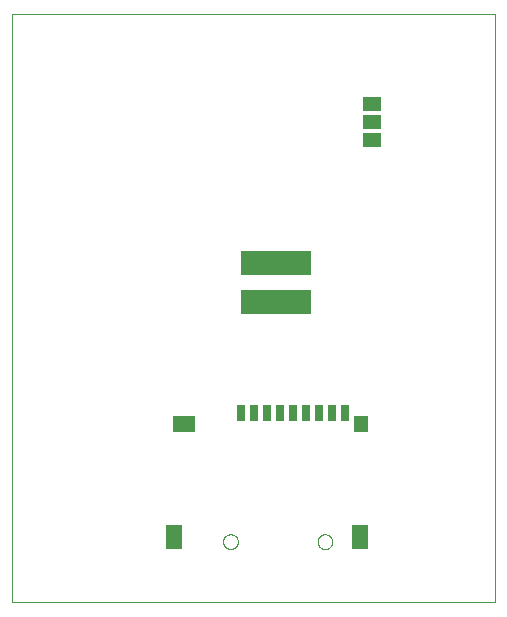
<source format=gbp>
G75*
%MOIN*%
%OFA0B0*%
%FSLAX25Y25*%
%IPPOS*%
%LPD*%
%AMOC8*
5,1,8,0,0,1.08239X$1,22.5*
%
%ADD10C,0.00000*%
%ADD11R,0.02756X0.05512*%
%ADD12R,0.05512X0.07874*%
%ADD13R,0.05039X0.05512*%
%ADD14R,0.07677X0.05512*%
%ADD15R,0.06300X0.04600*%
%ADD16R,0.23622X0.07874*%
D10*
X0001171Y0003194D02*
X0001171Y0199194D01*
X0162171Y0199194D01*
X0162171Y0003194D01*
X0001171Y0003194D01*
X0071506Y0023398D02*
X0071508Y0023497D01*
X0071514Y0023596D01*
X0071524Y0023695D01*
X0071538Y0023793D01*
X0071556Y0023890D01*
X0071578Y0023987D01*
X0071603Y0024083D01*
X0071633Y0024177D01*
X0071666Y0024271D01*
X0071703Y0024363D01*
X0071744Y0024453D01*
X0071788Y0024542D01*
X0071836Y0024628D01*
X0071887Y0024713D01*
X0071942Y0024796D01*
X0072000Y0024876D01*
X0072061Y0024954D01*
X0072125Y0025030D01*
X0072192Y0025103D01*
X0072262Y0025173D01*
X0072335Y0025240D01*
X0072411Y0025304D01*
X0072489Y0025365D01*
X0072569Y0025423D01*
X0072652Y0025478D01*
X0072736Y0025529D01*
X0072823Y0025577D01*
X0072912Y0025621D01*
X0073002Y0025662D01*
X0073094Y0025699D01*
X0073188Y0025732D01*
X0073282Y0025762D01*
X0073378Y0025787D01*
X0073475Y0025809D01*
X0073572Y0025827D01*
X0073670Y0025841D01*
X0073769Y0025851D01*
X0073868Y0025857D01*
X0073967Y0025859D01*
X0074066Y0025857D01*
X0074165Y0025851D01*
X0074264Y0025841D01*
X0074362Y0025827D01*
X0074459Y0025809D01*
X0074556Y0025787D01*
X0074652Y0025762D01*
X0074746Y0025732D01*
X0074840Y0025699D01*
X0074932Y0025662D01*
X0075022Y0025621D01*
X0075111Y0025577D01*
X0075197Y0025529D01*
X0075282Y0025478D01*
X0075365Y0025423D01*
X0075445Y0025365D01*
X0075523Y0025304D01*
X0075599Y0025240D01*
X0075672Y0025173D01*
X0075742Y0025103D01*
X0075809Y0025030D01*
X0075873Y0024954D01*
X0075934Y0024876D01*
X0075992Y0024796D01*
X0076047Y0024713D01*
X0076098Y0024629D01*
X0076146Y0024542D01*
X0076190Y0024453D01*
X0076231Y0024363D01*
X0076268Y0024271D01*
X0076301Y0024177D01*
X0076331Y0024083D01*
X0076356Y0023987D01*
X0076378Y0023890D01*
X0076396Y0023793D01*
X0076410Y0023695D01*
X0076420Y0023596D01*
X0076426Y0023497D01*
X0076428Y0023398D01*
X0076426Y0023299D01*
X0076420Y0023200D01*
X0076410Y0023101D01*
X0076396Y0023003D01*
X0076378Y0022906D01*
X0076356Y0022809D01*
X0076331Y0022713D01*
X0076301Y0022619D01*
X0076268Y0022525D01*
X0076231Y0022433D01*
X0076190Y0022343D01*
X0076146Y0022254D01*
X0076098Y0022168D01*
X0076047Y0022083D01*
X0075992Y0022000D01*
X0075934Y0021920D01*
X0075873Y0021842D01*
X0075809Y0021766D01*
X0075742Y0021693D01*
X0075672Y0021623D01*
X0075599Y0021556D01*
X0075523Y0021492D01*
X0075445Y0021431D01*
X0075365Y0021373D01*
X0075282Y0021318D01*
X0075198Y0021267D01*
X0075111Y0021219D01*
X0075022Y0021175D01*
X0074932Y0021134D01*
X0074840Y0021097D01*
X0074746Y0021064D01*
X0074652Y0021034D01*
X0074556Y0021009D01*
X0074459Y0020987D01*
X0074362Y0020969D01*
X0074264Y0020955D01*
X0074165Y0020945D01*
X0074066Y0020939D01*
X0073967Y0020937D01*
X0073868Y0020939D01*
X0073769Y0020945D01*
X0073670Y0020955D01*
X0073572Y0020969D01*
X0073475Y0020987D01*
X0073378Y0021009D01*
X0073282Y0021034D01*
X0073188Y0021064D01*
X0073094Y0021097D01*
X0073002Y0021134D01*
X0072912Y0021175D01*
X0072823Y0021219D01*
X0072737Y0021267D01*
X0072652Y0021318D01*
X0072569Y0021373D01*
X0072489Y0021431D01*
X0072411Y0021492D01*
X0072335Y0021556D01*
X0072262Y0021623D01*
X0072192Y0021693D01*
X0072125Y0021766D01*
X0072061Y0021842D01*
X0072000Y0021920D01*
X0071942Y0022000D01*
X0071887Y0022083D01*
X0071836Y0022167D01*
X0071788Y0022254D01*
X0071744Y0022343D01*
X0071703Y0022433D01*
X0071666Y0022525D01*
X0071633Y0022619D01*
X0071603Y0022713D01*
X0071578Y0022809D01*
X0071556Y0022906D01*
X0071538Y0023003D01*
X0071524Y0023101D01*
X0071514Y0023200D01*
X0071508Y0023299D01*
X0071506Y0023398D01*
X0103002Y0023398D02*
X0103004Y0023497D01*
X0103010Y0023596D01*
X0103020Y0023695D01*
X0103034Y0023793D01*
X0103052Y0023890D01*
X0103074Y0023987D01*
X0103099Y0024083D01*
X0103129Y0024177D01*
X0103162Y0024271D01*
X0103199Y0024363D01*
X0103240Y0024453D01*
X0103284Y0024542D01*
X0103332Y0024628D01*
X0103383Y0024713D01*
X0103438Y0024796D01*
X0103496Y0024876D01*
X0103557Y0024954D01*
X0103621Y0025030D01*
X0103688Y0025103D01*
X0103758Y0025173D01*
X0103831Y0025240D01*
X0103907Y0025304D01*
X0103985Y0025365D01*
X0104065Y0025423D01*
X0104148Y0025478D01*
X0104232Y0025529D01*
X0104319Y0025577D01*
X0104408Y0025621D01*
X0104498Y0025662D01*
X0104590Y0025699D01*
X0104684Y0025732D01*
X0104778Y0025762D01*
X0104874Y0025787D01*
X0104971Y0025809D01*
X0105068Y0025827D01*
X0105166Y0025841D01*
X0105265Y0025851D01*
X0105364Y0025857D01*
X0105463Y0025859D01*
X0105562Y0025857D01*
X0105661Y0025851D01*
X0105760Y0025841D01*
X0105858Y0025827D01*
X0105955Y0025809D01*
X0106052Y0025787D01*
X0106148Y0025762D01*
X0106242Y0025732D01*
X0106336Y0025699D01*
X0106428Y0025662D01*
X0106518Y0025621D01*
X0106607Y0025577D01*
X0106693Y0025529D01*
X0106778Y0025478D01*
X0106861Y0025423D01*
X0106941Y0025365D01*
X0107019Y0025304D01*
X0107095Y0025240D01*
X0107168Y0025173D01*
X0107238Y0025103D01*
X0107305Y0025030D01*
X0107369Y0024954D01*
X0107430Y0024876D01*
X0107488Y0024796D01*
X0107543Y0024713D01*
X0107594Y0024629D01*
X0107642Y0024542D01*
X0107686Y0024453D01*
X0107727Y0024363D01*
X0107764Y0024271D01*
X0107797Y0024177D01*
X0107827Y0024083D01*
X0107852Y0023987D01*
X0107874Y0023890D01*
X0107892Y0023793D01*
X0107906Y0023695D01*
X0107916Y0023596D01*
X0107922Y0023497D01*
X0107924Y0023398D01*
X0107922Y0023299D01*
X0107916Y0023200D01*
X0107906Y0023101D01*
X0107892Y0023003D01*
X0107874Y0022906D01*
X0107852Y0022809D01*
X0107827Y0022713D01*
X0107797Y0022619D01*
X0107764Y0022525D01*
X0107727Y0022433D01*
X0107686Y0022343D01*
X0107642Y0022254D01*
X0107594Y0022168D01*
X0107543Y0022083D01*
X0107488Y0022000D01*
X0107430Y0021920D01*
X0107369Y0021842D01*
X0107305Y0021766D01*
X0107238Y0021693D01*
X0107168Y0021623D01*
X0107095Y0021556D01*
X0107019Y0021492D01*
X0106941Y0021431D01*
X0106861Y0021373D01*
X0106778Y0021318D01*
X0106694Y0021267D01*
X0106607Y0021219D01*
X0106518Y0021175D01*
X0106428Y0021134D01*
X0106336Y0021097D01*
X0106242Y0021064D01*
X0106148Y0021034D01*
X0106052Y0021009D01*
X0105955Y0020987D01*
X0105858Y0020969D01*
X0105760Y0020955D01*
X0105661Y0020945D01*
X0105562Y0020939D01*
X0105463Y0020937D01*
X0105364Y0020939D01*
X0105265Y0020945D01*
X0105166Y0020955D01*
X0105068Y0020969D01*
X0104971Y0020987D01*
X0104874Y0021009D01*
X0104778Y0021034D01*
X0104684Y0021064D01*
X0104590Y0021097D01*
X0104498Y0021134D01*
X0104408Y0021175D01*
X0104319Y0021219D01*
X0104233Y0021267D01*
X0104148Y0021318D01*
X0104065Y0021373D01*
X0103985Y0021431D01*
X0103907Y0021492D01*
X0103831Y0021556D01*
X0103758Y0021623D01*
X0103688Y0021693D01*
X0103621Y0021766D01*
X0103557Y0021842D01*
X0103496Y0021920D01*
X0103438Y0022000D01*
X0103383Y0022083D01*
X0103332Y0022167D01*
X0103284Y0022254D01*
X0103240Y0022343D01*
X0103199Y0022433D01*
X0103162Y0022525D01*
X0103129Y0022619D01*
X0103099Y0022713D01*
X0103074Y0022809D01*
X0103052Y0022906D01*
X0103034Y0023003D01*
X0103020Y0023101D01*
X0103010Y0023200D01*
X0103004Y0023299D01*
X0103002Y0023398D01*
D11*
X0103494Y0066194D03*
X0107825Y0066194D03*
X0112156Y0066194D03*
X0099163Y0066194D03*
X0094833Y0066194D03*
X0090502Y0066194D03*
X0086171Y0066194D03*
X0081841Y0066194D03*
X0077510Y0066194D03*
D12*
X0055069Y0024973D03*
X0117274Y0024973D03*
D13*
X0117510Y0062769D03*
D14*
X0058514Y0062769D03*
D15*
X0121171Y0157194D03*
X0121171Y0163194D03*
X0121171Y0169194D03*
D16*
X0089171Y0116280D03*
X0089171Y0103288D03*
M02*

</source>
